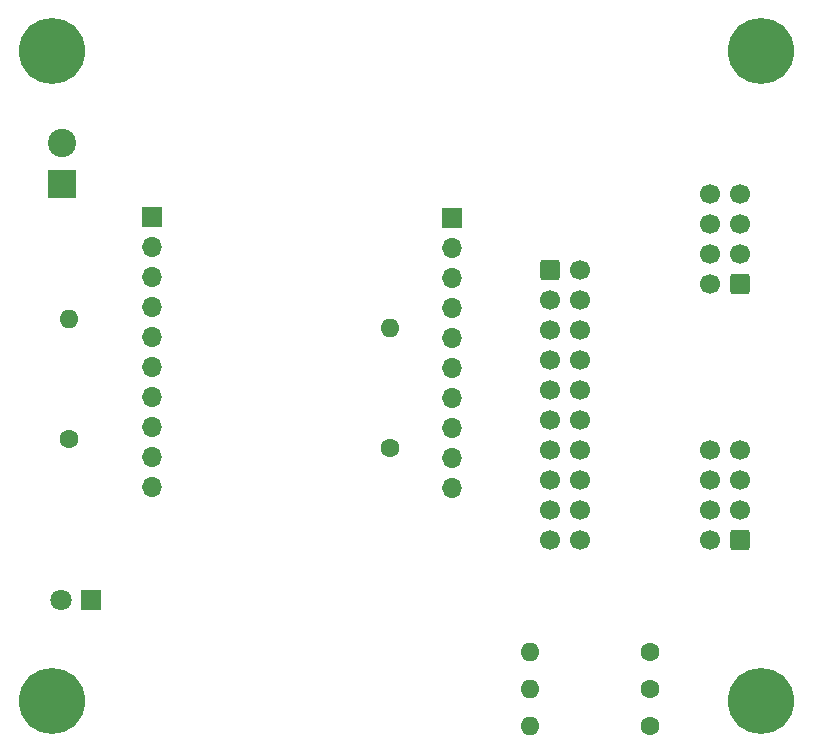
<source format=gbs>
%TF.GenerationSoftware,KiCad,Pcbnew,(6.0.4)*%
%TF.CreationDate,2022-04-04T21:54:52+02:00*%
%TF.ProjectId,MCU_INTERFACE_BOARD,4d43555f-494e-4544-9552-464143455f42,rev?*%
%TF.SameCoordinates,Original*%
%TF.FileFunction,Soldermask,Bot*%
%TF.FilePolarity,Negative*%
%FSLAX46Y46*%
G04 Gerber Fmt 4.6, Leading zero omitted, Abs format (unit mm)*
G04 Created by KiCad (PCBNEW (6.0.4)) date 2022-04-04 21:54:52*
%MOMM*%
%LPD*%
G01*
G04 APERTURE LIST*
G04 Aperture macros list*
%AMRoundRect*
0 Rectangle with rounded corners*
0 $1 Rounding radius*
0 $2 $3 $4 $5 $6 $7 $8 $9 X,Y pos of 4 corners*
0 Add a 4 corners polygon primitive as box body*
4,1,4,$2,$3,$4,$5,$6,$7,$8,$9,$2,$3,0*
0 Add four circle primitives for the rounded corners*
1,1,$1+$1,$2,$3*
1,1,$1+$1,$4,$5*
1,1,$1+$1,$6,$7*
1,1,$1+$1,$8,$9*
0 Add four rect primitives between the rounded corners*
20,1,$1+$1,$2,$3,$4,$5,0*
20,1,$1+$1,$4,$5,$6,$7,0*
20,1,$1+$1,$6,$7,$8,$9,0*
20,1,$1+$1,$8,$9,$2,$3,0*%
G04 Aperture macros list end*
%ADD10R,2.400000X2.400000*%
%ADD11C,2.400000*%
%ADD12C,5.600000*%
%ADD13R,1.700000X1.700000*%
%ADD14O,1.700000X1.700000*%
%ADD15RoundRect,0.250000X-0.600000X-0.600000X0.600000X-0.600000X0.600000X0.600000X-0.600000X0.600000X0*%
%ADD16C,1.700000*%
%ADD17RoundRect,0.250000X0.600000X0.600000X-0.600000X0.600000X-0.600000X-0.600000X0.600000X-0.600000X0*%
%ADD18C,1.600000*%
%ADD19O,1.600000X1.600000*%
%ADD20R,1.800000X1.800000*%
%ADD21C,1.800000*%
G04 APERTURE END LIST*
D10*
X110250000Y-85250000D03*
D11*
X110250000Y-81750000D03*
D12*
X109400000Y-74000000D03*
X169400000Y-74000000D03*
X109400000Y-129000000D03*
X169400000Y-129000000D03*
D13*
X143200000Y-88100000D03*
D14*
X143200000Y-90640000D03*
X143200000Y-93180000D03*
X143200000Y-95720000D03*
X143200000Y-98260000D03*
X143200000Y-100800000D03*
X143200000Y-103340000D03*
X143200000Y-105880000D03*
X143200000Y-108420000D03*
X143200000Y-110960000D03*
D13*
X117800000Y-88060000D03*
D14*
X117800000Y-90600000D03*
X117800000Y-93140000D03*
X117800000Y-95680000D03*
X117800000Y-98220000D03*
X117800000Y-100760000D03*
X117800000Y-103300000D03*
X117800000Y-105840000D03*
X117800000Y-108380000D03*
X117800000Y-110920000D03*
D15*
X151500000Y-92500000D03*
D16*
X154040000Y-92500000D03*
X151500000Y-95040000D03*
X154040000Y-95040000D03*
X151500000Y-97580000D03*
X154040000Y-97580000D03*
X151500000Y-100120000D03*
X154040000Y-100120000D03*
X151500000Y-102660000D03*
X154040000Y-102660000D03*
X151500000Y-105200000D03*
X154040000Y-105200000D03*
X151500000Y-107740000D03*
X154040000Y-107740000D03*
X151500000Y-110280000D03*
X154040000Y-110280000D03*
X151500000Y-112820000D03*
X154040000Y-112820000D03*
X151500000Y-115360000D03*
X154040000Y-115360000D03*
D17*
X167600000Y-93700000D03*
D16*
X165060000Y-93700000D03*
X167600000Y-91160000D03*
X165060000Y-91160000D03*
X167600000Y-88620000D03*
X165060000Y-88620000D03*
X167600000Y-86080000D03*
X165060000Y-86080000D03*
D17*
X167600000Y-115400000D03*
D16*
X165060000Y-115400000D03*
X167600000Y-112860000D03*
X165060000Y-112860000D03*
X167600000Y-110320000D03*
X165060000Y-110320000D03*
X167600000Y-107780000D03*
X165060000Y-107780000D03*
D18*
X160020000Y-124900000D03*
D19*
X149860000Y-124900000D03*
D18*
X160000000Y-128000000D03*
D19*
X149840000Y-128000000D03*
D18*
X110800000Y-106855000D03*
D19*
X110800000Y-96695000D03*
D20*
X112700000Y-120500000D03*
D21*
X110160000Y-120500000D03*
D18*
X138000000Y-107560000D03*
D19*
X138000000Y-97400000D03*
D18*
X159980000Y-131100000D03*
D19*
X149820000Y-131100000D03*
M02*

</source>
